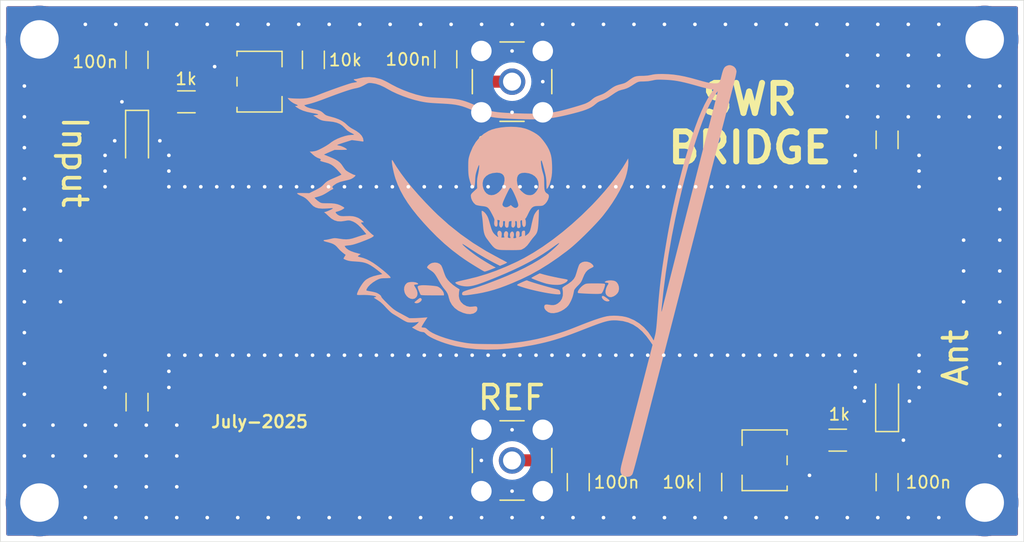
<source format=kicad_pcb>
(kicad_pcb (version 20240108) (generator "pcbnew") (generator_version "8.0")
  (layers (0 "F.Cu" signal) (31 "B.Cu" signal) (34 "B.Paste" user) (35 "F.Paste" user) (36 "B.SilkS" user "B.Silkscreen") (37 "F.SilkS" user "F.Silkscreen") (38 "B.Mask" user) (39 "F.Mask" user) (44 "Edge.Cuts" user))
  (net 0 "")
  (net 1 "Net-(D1-A)")
  (net 2 "Net-(D1-K)")
  (net 3 "GND")
  (net 4 "Net-(FWD1-Pin_1)")
  (net 5 "Net-(D2-K)")
  (net 6 "Net-(R4-Pad2)")
  (net 7 "Net-(D2-A)")
  (net 8 "Net-(R6-Pad2)")
  (net 9 "Net-(REF1-Pin_1)")
  (footprint "Resistor_SMD:R_1206_3216Metric_Pad1.30x1.75mm_HandSolder" (layer "F.Cu") (at 166.5 117.55 90)
    (property "Reference" "R5" (hide yes))
    (property "Value" "10k" (hide yes))
    (pad "1" smd roundrect (at -1.55 0 90) (size 1.3 1.75) (layers "F.Cu" "F.Paste" "F.Mask") (roundrect_rratio 0.192308) (net 3 "GND"))
    (pad "2" smd roundrect (at 1.55 0 90) (size 1.3 1.75) (layers "F.Cu" "F.Paste" "F.Mask") (roundrect_rratio 0.192308) (net 9 "Net-(REF1-Pin_1)"))
  )
  (footprint "Resistor_SMD:R_1206_3216Metric_Pad1.30x1.75mm_HandSolder" (layer "F.Cu") (at 181.145 89.1 90)
    (property "Reference" "R1" (hide yes))
    (property "Value" "50" (hide yes))
    (pad "1" smd roundrect (at -1.55 0 90) (size 1.3 1.75) (layers "F.Cu" "F.Paste" "F.Mask") (roundrect_rratio 0.192308) (net 1 "Net-(D1-A)"))
    (pad "2" smd roundrect (at 1.55 0 90) (size 1.3 1.75) (layers "F.Cu" "F.Paste" "F.Mask") (roundrect_rratio 0.192308) (net 3 "GND"))
  )
  (footprint "MountingHole:MountingHole_3.2mm_M3_DIN965_Pad" (layer "F.Cu") (at 189.25 80.75)
    (property "Reference" "H2" (hide yes))
    (property "Value" "MountingHole_Pad" (hide yes))
    (pad "1" thru_hole circle (at 0 0) (size 5.6 5.6) (drill 3.2) (layers "*.Cu" "*.Mask") (net 3 "GND"))
  )
  (footprint "MountingHole:MountingHole_3.2mm_M3_DIN965_Pad" (layer "F.Cu") (at 110.75 119.25)
    (property "Reference" "H3" (hide yes))
    (property "Value" "MountingHole_Pad" (hide yes))
    (pad "1" thru_hole circle (at 0 0) (size 5.6 5.6) (drill 3.2) (layers "*.Cu" "*.Mask") (net 3 "GND"))
  )
  (footprint "Footprints:SMA_Conn" (layer "F.Cu") (at 150 115.75 -90)
    (property "Reference" "REF1" (hide yes))
    (property "Value" "Conn_01x02_Socket" (hide yes))
    (pad "1" thru_hole circle (at 0 0 270) (size 2.2 2.2) (drill 1.5) (layers "*.Cu" "*.Mask") (net 9 "Net-(REF1-Pin_1)"))
    (pad "2" thru_hole circle (at -2.55 -2.55 270) (size 2.3 2.3) (drill 1.7) (layers "*.Cu" "*.Mask") (net 3 "GND"))
    (pad "2" thru_hole circle (at -2.55 2.55 270) (size 2.3 2.3) (drill 1.7) (layers "*.Cu" "*.Mask") (net 3 "GND"))
    (pad "2" thru_hole circle (at 2.55 -2.55 270) (size 2.3 2.3) (drill 1.7) (layers "*.Cu" "*.Mask") (net 3 "GND"))
    (pad "2" thru_hole circle (at 2.55 2.55 270) (size 2.3 2.3) (drill 1.7) (layers "*.Cu" "*.Mask") (net 3 "GND"))
  )
  (footprint "Footprints:Nexperia_CFP3_SOD-123W_EXPANDED" (layer "F.Cu") (at 181.145 110.799 90)
    (property "Reference" "D2" (hide yes))
    (property "Value" "1N5711W-7-F" (hide yes))
    (pad "1" smd rect (at -1.6 0 90) (size 1.6 1.6) (layers "F.Cu" "F.Paste" "F.Mask") (net 5 "Net-(D2-K)"))
    (pad "2" smd rect (at 1.4 0 90) (size 1.2 1.2) (layers "F.Cu" "F.Paste" "F.Mask") (net 7 "Net-(D2-A)"))
  )
  (footprint "Resistor_SMD:R_1206_3216Metric_Pad1.30x1.75mm_HandSolder" (layer "F.Cu") (at 122.955 85.938)
    (property "Reference" "R4" (hide yes))
    (property "Value" "1k" (hide yes))
    (pad "1" smd roundrect (at -1.554 0) (size 1.3 1.75) (layers "F.Cu" "F.Paste" "F.Mask") (roundrect_rratio 0.192308) (net 2 "Net-(D1-K)"))
    (pad "2" smd roundrect (at 1.55 0) (size 1.3 1.75) (layers "F.Cu" "F.Paste" "F.Mask") (roundrect_rratio 0.192308) (net 6 "Net-(R4-Pad2)"))
  )
  (footprint "Capacitor_SMD:C_1206_3216Metric_Pad1.33x1.80mm_HandSolder" (layer "F.Cu") (at 181.145 117.55 90)
    (property "Reference" "C3" (hide yes))
    (property "Value" "100n" (hide yes))
    (pad "1" smd roundrect (at -1.5625 0 90) (size 1.325 1.8) (layers "F.Cu" "F.Paste" "F.Mask") (roundrect_rratio 0.188679) (net 3 "GND"))
    (pad "2" smd roundrect (at 1.5625 0 90) (size 1.325 1.8) (layers "F.Cu" "F.Paste" "F.Mask") (roundrect_rratio 0.188679) (net 5 "Net-(D2-K)"))
  )
  (footprint "Resistor_SMD:R_1206_3216Metric_Pad1.30x1.75mm_HandSolder" (layer "F.Cu") (at 177.045 114.062 180)
    (property "Reference" "R6" (hide yes))
    (property "Value" "1k" (hide yes))
    (pad "1" smd roundrect (at -1.55 0 180) (size 1.3 1.75) (layers "F.Cu" "F.Paste" "F.Mask") (roundrect_rratio 0.192308) (net 5 "Net-(D2-K)"))
    (pad "2" smd roundrect (at 1.55 0 180) (size 1.3 1.75) (layers "F.Cu" "F.Paste" "F.Mask") (roundrect_rratio 0.192308) (net 8 "Net-(R6-Pad2)"))
  )
  (footprint "Footprints:Nexperia_CFP3_SOD-123W_EXPANDED" (layer "F.Cu") (at 118.855 89.2 -90)
    (property "Reference" "D1" (hide yes))
    (property "Value" "1N5711W-7-F" (hide yes))
    (pad "1" smd rect (at -1.6 0 270) (size 1.6 1.6) (layers "F.Cu" "F.Paste" "F.Mask") (net 2 "Net-(D1-K)"))
    (pad "2" smd rect (at 1.4 0 270) (size 1.2 1.2) (layers "F.Cu" "F.Paste" "F.Mask") (net 1 "Net-(D1-A)"))
  )
  (footprint "Capacitor_SMD:C_1206_3216Metric_Pad1.33x1.80mm_HandSolder" (layer "F.Cu") (at 118.855 82.45 -90)
    (property "Reference" "C1" (hide yes))
    (property "Value" "100n" (hide yes))
    (pad "1" smd roundrect (at -1.5625 0 270) (size 1.325 1.8) (layers "F.Cu" "F.Paste" "F.Mask") (roundrect_rratio 0.188679) (net 3 "GND"))
    (pad "2" smd roundrect (at 1.5625 0 270) (size 1.325 1.8) (layers "F.Cu" "F.Paste" "F.Mask") (roundrect_rratio 0.188679) (net 2 "Net-(D1-K)"))
  )
  (footprint "Capacitor_SMD:C_1206_3216Metric_Pad1.33x1.80mm_HandSolder" (layer "F.Cu") (at 155.5 117.55 90)
    (property "Reference" "C4" (hide yes))
    (property "Value" "100n" (hide yes))
    (pad "1" smd roundrect (at -1.5625 0 90) (size 1.325 1.8) (layers "F.Cu" "F.Paste" "F.Mask") (roundrect_rratio 0.188679) (net 3 "GND"))
    (pad "2" smd roundrect (at 1.5625 0 90) (size 1.325 1.8) (layers "F.Cu" "F.Paste" "F.Mask") (roundrect_rratio 0.188679) (net 9 "Net-(REF1-Pin_1)"))
  )
  (footprint "Resistor_SMD:R_1206_3216Metric_Pad1.30x1.75mm_HandSolder" (layer "F.Cu") (at 133.5 82.45 -90)
    (property "Reference" "R3" (hide yes))
    (property "Value" "10k" (hide yes))
    (pad "1" smd roundrect (at -1.55 0 270) (size 1.3 1.75) (layers "F.Cu" "F.Paste" "F.Mask") (roundrect_rratio 0.192308) (net 3 "GND"))
    (pad "2" smd roundrect (at 1.55 0 270) (size 1.3 1.75) (layers "F.Cu" "F.Paste" "F.Mask") (roundrect_rratio 0.192308) (net 4 "Net-(FWD1-Pin_1)"))
  )
  (footprint "Footprints:Potentiometer_Bourns_3224W_Vertical_EXPANDED" (layer "F.Cu") (at 170.9725 115.7375 -90)
    (property "Reference" "RV2" (hide yes))
    (property "Value" "10k" (hide yes))
    (pad "1" smd rect (at 1.25 -1.7 270) (size 1.3 2.1) (layers "F.Cu" "F.Paste" "F.Mask") (net 3 "GND"))
    (pad "2" smd rect (at 0 1.7 270) (size 2 2.1) (layers "F.Cu" "F.Paste" "F.Mask") (net 9 "Net-(REF1-Pin_1)"))
    (pad "3" smd rect (at -1.25 -1.7 270) (size 1.3 2.1) (layers "F.Cu" "F.Paste" "F.Mask") (net 8 "Net-(R6-Pad2)"))
  )
  (footprint "MountingHole:MountingHole_3.2mm_M3_DIN965_Pad" (layer "F.Cu") (at 110.75 80.75)
    (property "Reference" "H1" (hide yes))
    (property "Value" "MountingHole_Pad" (hide yes))
    (pad "1" thru_hole circle (at 0 0) (size 5.6 5.6) (drill 3.2) (layers "*.Cu" "*.Mask") (net 3 "GND"))
  )
  (footprint "Footprints:SMA_Conn" (layer "F.Cu") (at 150 84.2625 90)
    (property "Reference" "FWD1" (hide yes))
    (property "Value" "Conn_01x02_Socket" (hide yes))
    (pad "1" thru_hole circle (at 0 0 90) (size 2.2 2.2) (drill 1.5) (layers "*.Cu" "*.Mask") (net 4 "Net-(FWD1-Pin_1)"))
    (pad "2" thru_hole circle (at -2.55 -2.55 90) (size 2.3 2.3) (drill 1.7) (layers "*.Cu" "*.Mask") (net 3 "GND"))
    (pad "2" thru_hole circle (at -2.55 2.55 90) (size 2.3 2.3) (drill 1.7) (layers "*.Cu" "*.Mask") (net 3 "GND"))
    (pad "2" thru_hole circle (at 2.55 -2.55 90) (size 2.3 2.3) (drill 1.7) (layers "*.Cu" "*.Mask") (net 3 "GND"))
    (pad "2" thru_hole circle (at 2.55 2.55 90) (size 2.3 2.3) (drill 1.7) (layers "*.Cu" "*.Mask") (net 3 "GND"))
  )
  (footprint "Capacitor_SMD:C_1206_3216Metric_Pad1.33x1.80mm_HandSolder" (layer "F.Cu") (at 144.5 82.4 -90)
    (property "Reference" "C2" (hide yes))
    (property "Value" "100n" (hide yes))
    (pad "1" smd roundrect (at -1.5625 0 270) (size 1.325 1.8) (layers "F.Cu" "F.Paste" "F.Mask") (roundrect_rratio 0.188679) (net 3 "GND"))
    (pad "2" smd roundrect (at 1.5625 0 270) (size 1.325 1.8) (layers "F.Cu" "F.Paste" "F.Mask") (roundrect_rratio 0.188679) (net 4 "Net-(FWD1-Pin_1)"))
  )
  (footprint "MountingHole:MountingHole_3.2mm_M3_DIN965_Pad" (layer "F.Cu") (at 189.25 119.25)
    (property "Reference" "H4" (hide yes))
    (property "Value" "MountingHole_Pad" (hide yes))
    (pad "1" thru_hole circle (at 0 0) (size 5.6 5.6) (drill 3.2) (layers "*.Cu" "*.Mask") (net 3 "GND"))
  )
  (footprint "Footprints:Potentiometer_Bourns_3224W_Vertical_EXPANDED" (layer "F.Cu") (at 129.0275 84.2625 90)
    (property "Reference" "RV1" (hide yes))
    (property "Value" "10k" (hide yes))
    (pad "1" smd rect (at 1.25 -1.7 90) (size 1.3 2.1) (layers "F.Cu" "F.Paste" "F.Mask") (net 3 "GND"))
    (pad "2" smd rect (at 0 1.7 90) (size 2 2.1) (layers "F.Cu" "F.Paste" "F.Mask") (net 4 "Net-(FWD1-Pin_1)"))
    (pad "3" smd rect (at -1.25 -1.7 90) (size 1.3 2.1) (layers "F.Cu" "F.Paste" "F.Mask") (net 6 "Net-(R4-Pad2)"))
  )
  (footprint "Resistor_SMD:R_1206_3216Metric_Pad1.30x1.75mm_HandSolder" (layer "F.Cu") (at 118.855 110.9 -90)
    (property "Reference" "R2" (hide yes))
    (property "Value" "50" (hide yes))
    (pad "1" smd roundrect (at -1.55 0 270) (size 1.3 1.75) (layers "F.Cu" "F.Paste" "F.Mask") (roundrect_rratio 0.192308) (net 7 "Net-(D2-A)"))
    (pad "2" smd roundrect (at 1.55 0 270) (size 1.3 1.75) (layers "F.Cu" "F.Paste" "F.Mask") (roundrect_rratio 0.192308) (net 3 "GND"))
  )
  (footprint "LOGO" (layer "B.Cu") (at 149.543343 99.839576 180)
    (property "Reference" "G***" (hide yes))
    (property "Value" "LOGO" (hide yes))
  )
  (gr_poly (pts (xy 179.79 86.6365) (xy 182.5 86.6365) (xy 182.5 88.4635) (xy 179.79 88.4635)) (fill solid) (layer "F.Cu") (net 3))
  (gr_poly (pts (xy 117.528 111.5365) (xy 120.238 111.5365) (xy 120.238 113.3635) (xy 117.528 113.3635)) (fill solid) (layer "F.Cu") (net 3))
  (gr_rect (start 107.5 77.5) (end 192.5 122.5) (stroke (width 0.05)) (fill none) (layer "Edge.Cuts"))
  (gr_text "1k" (at 176.2 112.5 0) (layer "F.SilkS") (effects (font (size 1 1)) (justify left bottom)))
  (gr_text "100n" (at 156.7 118.15175 0) (layer "F.SilkS") (effects (font (size 1 1)) (justify left bottom)))
  (gr_text "1k" (at 121.949048 84.61425 0) (layer "F.SilkS") (effects (font (size 1 1)) (justify left bottom)))
  (gr_text "100n" (at 182.6 118.151749 0) (layer "F.SilkS") (effects (font (size 1 1)) (justify left bottom)))
  (gr_text "SWR\nBRIDGE" (at 169.75 91.22243 0) (layer "F.SilkS") (effects (font (size 2.5 2.5) (thickness 0.5) (bold yes)) (justify bottom)))
  (gr_text "10k" (at 162.4 118.15175 0) (layer "F.SilkS") (effects (font (size 1 1)) (justify left bottom)))
  (gr_text "Ant" (at 188 109.75 90) (layer "F.SilkS") (effects (font (size 2 2) (thickness 0.3)) (justify left bottom)))
  (gr_text "July-2025" (at 129.0275 113.114 0) (layer "F.SilkS") (effects (font (size 1 1) (thickness 0.2) (bold yes)) (justify bottom)))
  (gr_text "FWD" (at 146.75 91.2 0) (layer "F.SilkS") (effects (font (size 2 2) (thickness 0.3)) (justify left bottom)))
  (gr_text "100n" (at 113.4 83.2 0) (layer "F.SilkS") (effects (font (size 1 1)) (justify left bottom)))
  (gr_text "10k" (at 134.7 83.05175 0) (layer "F.SilkS") (effects (font (size 1 1)) (justify left bottom)))
  (gr_text "Input" (at 112.5 87 270) (layer "F.SilkS") (effects (font (size 2 2) (thickness 0.3)) (justify left bottom)))
  (gr_text "100n" (at 139.4 83 0) (layer "F.SilkS") (effects (font (size 1 1)) (justify left bottom)))
  (gr_text "REF" (at 146.988095 111.7 0) (layer "F.SilkS") (effects (font (size 2 2) (thickness 0.3)) (justify left bottom)))
  (segment (start 121.401 85.9375) (end 118.8575 85.9375) (width 1) (layer "F.Cu") (net 2))
  (segment (start 118.855 84.0125) (end 118.855 85.94) (width 1) (layer "F.Cu") (net 2))
  (segment (start 118.855 85.94) (end 118.855 87.8) (width 1) (layer "F.Cu") (net 2))
  (segment (start 118.8575 85.9375) (end 118.855 85.94) (width 1) (layer "F.Cu") (net 2))
  (segment (start 125.3 83.0125) (end 127.3275 83.0125) (width 1) (layer "F.Cu") (net 3))
  (segment (start 172.6725 116.9875) (end 174.7 116.9875) (width 1) (layer "F.Cu") (net 3))
  (via (at 190.5 87.1875) (size 0.6) (drill 0.3) (layers "F.Cu" "B.Cu") (net 3))
  (via (at 175.848821 107) (size 0.6) (drill 0.3) (layers "F.Cu" "B.Cu") (net 3))
  (via (at 178.5 109.681) (size 0.6) (drill 0.3) (layers "F.Cu" "B.Cu") (net 3))
  (via (at 149.999999 86.8125) (size 0.6) (drill 0.3) (layers "F.Cu" "B.Cu") (net 3))
  (via (at 162.65625 79.5) (size 0.6) (drill 0.3) (layers "F.Cu" "B.Cu") (net 3))
  (via (at 190.5 89.75) (size 0.6) (drill 0.3) (layers "F.Cu" "B.Cu") (net 3))
  (via (at 190.5 102.5625) (size 0.6) (drill 0.3) (layers "F.Cu" "B.Cu") (net 3))
  (via (at 149.999999 81.7125) (size 0.6) (drill 0.3) (layers "F.Cu" "B.Cu") (net 3))
  (via (at 116.2 108.3405) (size 0.6) (drill 0.3) (layers "F.Cu" "B.Cu") (net 3))
  (via (at 169.220916 93) (size 0.6) (drill 0.3) (layers "F.Cu" "B.Cu") (net 3))
  (via (at 128.127905 107) (size 0.6) (drill 0.3) (layers "F.Cu" "B.Cu") (net 3))
  (via (at 185.4375 84.625) (size 0.6) (drill 0.3) (layers "F.Cu" "B.Cu") (net 3))
  (via (at 170.546497 107) (size 0.6) (drill 0.3) (layers "F.Cu" "B.Cu") (net 3))
  (via (at 183.8 91.6945) (size 0.6) (drill 0.3) (layers "F.Cu" "B.Cu") (net 3))
  (via (at 147.46875 79.5) (size 0.6) (drill 0.3) (layers "F.Cu" "B.Cu") (net 3))
  (via (at 183.8 107) (size 0.6) (drill 0.3) (layers "F.Cu" "B.Cu") (net 3))
  (via (at 109.5 94.875) (size 0.6) (drill 0.3) (layers "F.Cu" "B.Cu") (net 3))
  (via (at 119.625 120.5) (size 0.6) (drill 0.3) (layers "F.Cu" "B.Cu") (net 3))
  (via (at 120.75 89.1775) (size 0.6) (drill 0.3) (layers "F.Cu" "B.Cu") (net 3))
  (via (at 172.78125 79.5) (size 0.6) (drill 0.3) (layers "F.Cu" "B.Cu") (net 3))
  (via (at 133.430229 107) (size 0.6) (drill 0.3) (layers "F.Cu" "B.Cu") (net 3))
  (via (at 190.5 107.6875) (size 0.6) (drill 0.3) (layers "F.Cu" "B.Cu") (net 3))
  (via (at 182.5 114.062) (size 0.6) (drill 0.3) (layers "F.Cu" "B.Cu") (net 3))
  (via (at 132.28125 79.5) (size 0.6) (drill 0.3) (layers "F.Cu" "B.Cu") (net 3))
  (via (at 122.15625 79.5) (size 0.6) (drill 0.3) (layers "F.Cu" "B.Cu") (net 3))
  (via (at 114.5625 79.5) (size 0.6) (drill 0.3) (layers "F.Cu" "B.Cu") (net 3))
  (via (at 129.453486 93) (size 0.6) (drill 0.3) (layers "F.Cu" "B.Cu") (net 3))
  (via (at 141.383715 93) (size 0.6) (drill 0.3) (layers "F.Cu" "B.Cu") (net 3))
  (via (at 109.5 89.75) (size 0.6) (drill 0.3) (layers "F.Cu" "B.Cu") (net 3))
  (via (at 162.593011 93) (size 0.6) (drill 0.3) (layers "F.Cu" "B.Cu") (net 3))
  (via (at 157.290687 93) (size 0.6) (drill 0.3) (layers "F.Cu" "B.Cu") (net 3))
  (via (at 190.5 92.3125) (size 0.6) (drill 0.3) (layers "F.Cu" "B.Cu") (net 3))
  (via (at 150 120.5) (size 0.6) (drill 0.3) (layers "F.Cu" "B.Cu") (net 3))
  (via (at 112.5 97.4375) (size 0.6) (drill 0.3) (layers "F.Cu" "B.Cu") (net 3))
  (via (at 109.5 100) (size 0.6) (drill 0.3) (layers "F.Cu" "B.Cu") (net 3))
  (via (at 150.662782 107) (size 0.6) (drill 0.3) (layers "F.Cu" "B.Cu") (net 3))
  (via (at 121.5 107) (size 0.6) (drill 0.3) (layers "F.Cu" "B.Cu") (net 3))
  (via (at 180.375 82.0625) (size 0.6) (drill 0.3) (layers "F.Cu" "B.Cu") (net 3))
  (via (at 139.875 120.5) (size 0.6) (drill 0.3) (layers "F.Cu" "B.Cu") (net 3))
  (via (at 180.375 84.625) (size 0.6) (drill 0.3) (layers "F.Cu" "B.Cu") (net 3))
  (via (at 137.34375 79.5) (size 0.6) (drill 0.3) (layers "F.Cu" "B.Cu") (net 3))
  (via (at 166.569754 93) (size 0.6) (drill 0.3) (layers "F.Cu" "B.Cu") (net 3))
  (via (at 190.5 105.125) (size 0.6) (drill 0.3) (layers "F.Cu" "B.Cu") (net 3))
  (via (at 187.5 97.4375) (size 0.6) (drill 0.3) (layers "F.Cu" "B.Cu") (net 3))
  (via (at 170.25 79.5) (size 0.6) (drill 0.3) (layers "F.Cu" "B.Cu") (net 3))
  (via (at 157.59375 120.5) (size 0.6) (drill 0.3) (layers "F.Cu" "B.Cu") (net 3))
  (via (at 155.0625 79.5) (size 0.6) (drill 0.3) (layers "F.Cu" "B.Cu") (net 3))
  (via (at 147.46875 120.5) (size 0.6) (drill 0.3) (layers "F.Cu" "B.Cu") (net 3))
  (via (at 125.476743 93) (size 0.6) (drill 0.3) (layers "F.Cu" "B.Cu") (net 3))
  (via (at 175.3125 79.5) (size 0.6) (drill 0.3) (layers "F.Cu" "B.Cu") (net 3))
  (via (at 171.872078 107) (size 0.6) (drill 0.3) (layers "F.Cu" "B.Cu") (net 3))
  (via (at 167.71875 79.5) (size 0.6) (drill 0.3) (layers "F.Cu" "B.Cu") (net 3))
  (via (at 122.825581 93) (size 0.6) (drill 0.3) (layers "F.Cu" "B.Cu") (net 3))
  (via (at 122.15625 115.375) (size 0.6) (drill 0.3) (layers "F.Cu" "B.Cu") (net 3))
  (via (at 137.406972 107) (size 0.6) (drill 0.3) (layers "F.Cu" "B.Cu") (net 3))
  (via (at 153.313944 93) (size 0.6) (drill 0.3) (layers "F.Cu" "B.Cu") (net 3))
  (via (at 187.96875 87.1875) (size 0.6) (drill 0.3) (layers "F.Cu" "B.Cu") (net 3))
  (via (at 144.034877 93) (size 0.6) (drill 0.3) (layers "F.Cu" "B.Cu") (net 3))
  (via (at 160.125 120.5) (size 0.6) (drill 0.3) (layers "F.Cu" "B.Cu") (net 3))
  (via (at 165.1875 79.5) (size 0.6) (drill 0.3) (layers "F.Cu" "B.Cu") (net 3))
  (via (at 177.84375 87.1875) (size 0.6) (drill 0.3) (layers "F.Cu" "B.Cu") (net 3))
  (via (at 180.375 79.5) (size 0.6) (drill 0.3) (layers "F.Cu" "B.Cu") (net 3))
  (via (at 172.78125 120.5) (size 0.6) (drill 0.3) (layers "F.Cu" "B.Cu") (net 3))
  (via (at 147.45 115.749999) (size 0.6) (drill 0.3) (layers "F.Cu" "B.Cu") (net 3))
  (via (at 138.732553 107) (size 0.6) (drill 0.3) (layers "F.Cu" "B.Cu") (net 3))
  (via (at 119.625 79.5) (size 0.6) (drill 0.3) (layers "F.Cu" "B.Cu") (net 3))
  (via (at 173.197659 93) (size 0.6) (drill 0.3) (layers "F.Cu" "B.Cu") (net 3))
  (via (at 134.8125 120.5) (size 0.6) (drill 0.3) (layers "F.Cu" "B.Cu") (net 3))
  (via (at 185.4375 87.1875) (size 0.6) (drill 0.3) (layers "F.Cu" "B.Cu") (net 3))
  (via (at 109.5 92.3125) (size 0.6) (drill 0.3) (layers "F.Cu" "B.Cu") (net 3))
  (via (at 121.5 93) (size 0.6) (drill 0.3) (layers "F.Cu" "B.Cu") (net 3))
  (via (at 177.84375 120.5) (size 0.6) (drill 0.3) (layers "F.Cu" "B.Cu") (net 3))
  (via (at 127.21875 120.5) (size 0.6) (drill 0.3) (layers "F.Cu" "B.Cu") (net 3))
  (via (at 177.84375 84.625) (size 0.6) (drill 0.3) (layers "F.Cu" "B.Cu") (net 3))
  (via (at 148.01162 107) (size 0.6) (drill 0.3) (layers "F.Cu" "B.Cu") (net 3))
  (via (at 134.75581 107) (size 0.6) (drill 0.3) (layers "F.Cu" "B.Cu") (net 3))
  (via (at 187.5 100) (size 0.6) (drill 0.3) (layers "F.Cu" "B.Cu") (net 3))
  (via (at 174.52324 93) (size 0.6) (drill 0.3) (layers "F.Cu" "B.Cu") (net 3))
  (via (at 149.999999 118.3) (size 0.6) (drill 0.3) (layers "F.Cu" "B.Cu") (net 3))
  (via (at 141.383715 107) (size 0.6) (drill 0.3) (layers "F.Cu" "B.Cu") (net 3))
  (via (at 109.5 97.4375) (size 0.6) (drill 0.3) (layers "F.Cu" "B.Cu") (net 3))
  (via (at 130.779067 107) (size 0.6) (drill 0.3) (layers "F.Cu" "B.Cu") (net 3))
  (via (at 173.197659 107) (size 0.6) (drill 0.3) (layers "F.Cu" "B.Cu") (net 3))
  (via (at 185.4375 79.5) (size 0.6) (drill 0.3) (layers "F.Cu" "B.Cu") (net 3))
  (via (at 116.2 93) (size 0.6) (drill 0.3) (layers "F.Cu" "B.Cu") (net 3))
  (via (at 129.75 120.5) (size 0.6) (drill 0.3) (layers "F.Cu" "B.Cu") (net 3))
  (via (at 144.9375 79.5) (size 0.6) (drill 0.3) (layers "F.Cu" "B.Cu") (net 3))
  (via (at 152.55 84.262499) (size 0.6) (drill 0.3) (layers "F.Cu" "B.Cu") (net 3))
  (via (at 190.5 100) (size 0.6) (drill 0.3) (layers "F.Cu" "B.Cu") (net 3))
  (via (at 152.53125 120.5) (size 0.6) (drill 0.3) (layers "F.Cu" "B.Cu") (net 3))
  (via (at 183 110.8215) (size 0.6) (drill 0.3) (layers "F.Cu" "B.Cu") (net 3))
  (via (at 109.5 102.5625) (size 0.6) (drill 0.3) (layers "F.Cu" "B.Cu") (net 3))
  (via (at 155.0625 120.5) (size 0.6) (drill 0.3) (layers "F.Cu" "B.Cu") (net 3))
  (via (at 165.244173 107) (size 0.6) (drill 0.3) (layers "F.Cu" "B.Cu") (net 3))
  (via (at 190.5 97.4375) (size 0.6) (drill 0.3) (layers "F.Cu" "B.Cu") (net 3))
  (via (at 178.5 90.389) (size 0.6) (drill 0.3) (layers "F.Cu" "B.Cu") (net 3))
  (via (at 109.5 110.25) (size 0.6) (drill 0.3) (layers "F.Cu" "B.Cu") (net 3))
  (via (at 167.71875 120.5) (size 0.6) (drill 0.3) (layers "F.Cu" "B.Cu") (net 3))
  (via (at 157.290687 107) (size 0.6) (drill 0.3) (layers "F.Cu" "B.Cu") (net 3))
  (via (at 109.5 107.6875) (size 0.6) (drill 0.3) (layers "F.Cu" "B.Cu") (net 3))
  (via (at 146.686039 107) (size 0.6) (drill 0.3) (layers "F.Cu" "B.Cu") (net 3))
  (via (at 165.244173 93) (size 0.6) (drill 0.3) (layers "F.Cu" "B.Cu") (net 3))
  (via (at 183.8 109.681) (size 0.6) (drill 0.3) (layers "F.Cu" "B.Cu") (net 3))
  (via (at 138.732553 93) (size 0.6) (drill 0.3) (layers "F.Cu" "B.Cu") (net 3))
  (via (at 117.09375 79.5) (size 0.6) (drill 0.3) (layers "F.Cu" "B.Cu") (net 3))
  (via (at 145.360458 107) (size 0.6) (drill 0.3) (layers "F.Cu" "B.Cu") (net 3))
  (via (at 154.639525 93) (size 0.6) (drill 0.3) (layers "F.Cu" "B.Cu") (net 3))
  (via (at 126.802324 93) (size 0.6) (drill 0.3) (layers "F.Cu" "B.Cu") (net 3))
  (via (at 119.625 117.9375) (size 0.6) (drill 0.3) (layers "F.Cu" "B.Cu") (net 3))
  (via (at 190.5 94.875) (size 0.6) (drill 0.3) (layers "F.Cu" "B.Cu") (net 3))
  (via (at 178.5 107) (size 0.6) (drill 0.3) (layers "F.Cu" "B.Cu") (net 3))
  (via (at 134.8125 79.5) (size 0.6) (drill 0.3) (layers "F.Cu" "B.Cu") (net 3))
  (via (at 183.8 90.389) (size 0.6) (drill 0.3) (layers "F.Cu" "B.Cu") (net 3))
  (via (at 182.90625 84.625) (size 0.6) (drill 0.3) (layers "F.Cu" "B.Cu") (net 3))
  (via (at 130.779067 93) (size 0.6) (drill 0.3) (layers "F.Cu" "B.Cu") (net 3))
  (via (at 124.151162 107) (size 0.6) (drill 0.3) (layers "F.Cu" "B.Cu") (net 3))
  (via (at 117 89.1775) (size 0.6) (drill 0.3) (layers "F.Cu" "B.Cu") (net 3))
  (via (at 190.5 110.25) (size 0.6) (drill 0.3) (layers "F.Cu" "B.Cu") (net 3))
  (via (at 160.125 79.5) (size 0.6) (drill 0.3) (layers "F.Cu" "B.Cu") (net 3))
  (via (at 185.4375 82.0625) (size 0.6) (drill 0.3) (layers "F.Cu" "B.Cu") (net 3))
  (via (at 122.15625 117.9375) (size 0.6) (drill 0.3) (layers "F.Cu" "B.Cu") (net 3))
  (via (at 129.453486 107) (size 0.6) (drill 0.3) (layers "F.Cu" "B.Cu") (net 3))
  (via (at 151.988363 93) (size 0.6) (drill 0.3) (layers "F.Cu" "B.Cu") (net 3))
  (via (at 142.709296 107) (size 0.6) (drill 0.3) (layers "F.Cu" "B.Cu") (net 3))
  (via (at 157.59375 79.5) (size 0.6) (drill 0.3) (layers "F.Cu" "B.Cu") (net 3))
  (via (at 180.375 87.1875) (size 0.6) (drill 0.3) (layers "F.Cu" "B.Cu") (net 3))
  (via (at 114.5625 115.375) (size 0.6) (drill 0.3) (layers "F.Cu" "B.Cu") (net 3))
  (via (at 117.09375 115.375) (size 0.6) (drill 0.3) (layers "F.Cu" "B.Cu") (net 3))
  (via (at 149.999999 113.2) (size 0.6) (drill 0.3) (layers "F.Cu" "B.Cu") (net 3))
  (via (at 125.3 83.0125) (size 0.6) (drill 0.3) (layers "F.Cu" "B.Cu") (net 3))
  (via (at 150 79.5) (size 0.6) (drill 0.3) (layers "F.Cu" "B.Cu") (net 3))
  (via (at 112.5 100) (size 0.6) (drill 0.3) (layers "F.Cu" "B.Cu") (net 3))
  (via (at 159.941849 107) (size 0.6) (drill 0.3) (layers "F.Cu" "B.Cu") (net 3))
  (via (at 122.825581 107) (size 0.6) (drill 0.3) (layers "F.Cu" "B.Cu") (net 3))
  (via (at 142.709296 93) (size 0.6) (drill 0.3) (layers "F.Cu" "B.Cu") (net 3))
  (via (at 132.28125 120.5) (size 0.6) (drill 0.3) (layers "F.Cu" "B.Cu") (net 3))
  (via (at 121.5 91.6945) (size 0.6) (drill 0.3) (layers "F.Cu" "B.Cu") (net 3))
  (via (at 145.360458 93) (size 0.6) (drill 0.3) (layers "F.Cu" "B.Cu") (net 3))
  (via (at 132.104648 107) (size 0.6) (drill 0.3) (layers "F.Cu" "B.Cu") (net 3))
  (via (at 185.4375 120.5) (size 0.6) (drill 0.3) (layers "F.Cu" "B.Cu") (net 3))
  (via (at 179.25 110.8215) (size 0.6) (drill 0.3) (layers "F.Cu" "B.Cu") (net 3))
  (via (at 190.5 115.375) (size 0.6) (drill 0.3) (layers "F.Cu" "B.Cu") (net 3))
  (via (at 158.616268 93) (size 0.6) (drill 0.3) (layers "F.Cu" "B.Cu") (net 3))
  (via (at 134.75581 93) (size 0.6) (drill 0.3) (layers "F.Cu" "B.Cu") (net 3))
  (via (at 182.90625 82.0625) (size 0.6) (drill 0.3) (layers "F.Cu" "B.Cu") (net 3))
  (via (at 140.058134 107) (size 0.6) (drill 0.3) (layers "F.Cu" "B.Cu") (net 3))
  (via (at 154.639525 107) (size 0.6) (drill 0.3) (layers "F.Cu" "B.Cu") (net 3))
  (via (at 125.476743 107) (size 0.6) (drill 0.3) (layers "F.Cu" "B.Cu") (net 3))
  (via (at 150.662782 93) (size 0.6) (drill 0.3) (layers "F.Cu" "B.Cu") (net 3))
  (via (at 177.174402 93) (size 0.6) (drill 0.3) (layers "F.Cu" "B.Cu") (net 3))
  (via (at 162.593011 107) (size 0.6) (drill 0.3) (layers "F.Cu" "B.Cu") (net 3))
  (via (at 190.5 84.625) (size 0.6) (drill 0.3) (layers "F.Cu" "B.Cu") (net 3))
  (via (at 182.90625 79.5) (size 0.6) (drill 0.3) (layers "F.Cu" "B.Cu") (net 3))
  (via (at 114.5625 112.8125) (size 0.6) (drill 0.3) (layers "F.Cu" "B.Cu") (net 3))
  (via (at 136.081391 107) (size 0.6) (drill 0.3) (layers "F.Cu" "B.Cu") (net 3))
  (via (at 169.220916 107) (size 0.6) (drill 0.3) (layers "F.Cu" "B.Cu") (net 3))
  (via (at 111.875 115.375) (size 0.6) (drill 0.3) (layers "F.Cu" "B.Cu") (net 3))
  (via (at 170.546497 93) (size 0.6) (drill 0.3) (layers "F.Cu" "B.Cu") (net 3))
  (via (at 163.918592 107) (size 0.6) (drill 0.3) (layers "F.Cu" "B.Cu") (net 3))
  (via (at 183.8 108.3405) (size 0.6) (drill 0.3) (layers "F.Cu" "B.Cu") (net 3))
  (via (at 109.5 115.375) (size 0.6) (drill 0.3) (layers "F.Cu" "B.Cu") (net 3))
  (via (at 175.3125 120.5) (size 0.6) (drill 0.3) (layers "F.Cu" "B.Cu") (net 3))
  (via (at 171.872078 93) (size 0.6) (drill 0.3) (layers "F.Cu" "B.Cu") (net 3))
  (via (at 178.5 108.3405) (size 0.6) (drill 0.3) (layers "F.Cu" "B.Cu") (net 3))
  (via (at 182.90625 120.5) (size 0.6) (drill 0.3) (layers "F.Cu" "B.Cu") (net 3))
  (via (at 183.8 93) (size 0.6) (drill 0.3) (layers "F.Cu" "B.Cu") (net 3))
  (via (at 109.5 112.8125) (size 0.6) (drill 0.3) (layers "F.Cu" "B.Cu") (net 3))
  (via (at 137.406972 93) (size 0.6) (drill 0.3) (layers "F.Cu" "B.Cu") (net 3))
  (via (at 177.84375 79.5) (size 0.6) (drill 0.3) (layers "F.Cu" "B.Cu") (net 3))
  (via (at 182.90625 87.1875) (size 0.6) (drill 0.3) (layers "F.Cu" "B.Cu") (net 3))
  (via (at 117.6 85.9375) (size 0.6) (drill 0.3) (layers "F.Cu" "B.Cu") (net 3))
  (via (at 124.151162 93) (size 0.6) (drill 0.3) (layers "F.Cu" "B.Cu") (net 3))
  (via (at 155.965106 93) (size 0.6) (drill 0.3) (layers "F.Cu" "B.Cu") (net 3))
  (via (at 116.2 109.681) (size 0.6) (drill 0.3) (layers "F.Cu" "B.Cu") (net 3))
  (via (at 165.1875 120.5) (size 0.6) (drill 0.3) (layers "F.Cu" "B.Cu") (net 3))
  (via (at 136.081391 93) (size 0.6) (drill 0.3) (layers "F.Cu" "B.Cu") (net 3))
  (via (at 167.895335 93) (size 0.6) (drill 0.3) (layers "F.Cu" "B.Cu") (net 3))
  (via (at 121.5 90.389) (size 0.6) (drill 0.3) (layers "F.Cu" "B.Cu") (net 3))
  (via (at 111.875 112.8125) (size 0.6) (drill 0.3) (layers "F.Cu" "B.Cu") (net 3))
  (via (at 119.625 115.375) (size 0.6) (drill 0.3) (layers "F.Cu" "B.Cu") (net 3))
  (via (at 124.6875 79.5) (size 0.6) (drill 0.3) (layers "F.Cu" "B.Cu") (net 3))
  (via (at 116.2 91.6945) (size 0.6) (drill 0.3) (layers "F.Cu" "B.Cu") (net 3))
  (via (at 119.625 112.8125) (size 0.6) (drill 0.3) (layers "F.Cu" "B.Cu") (net 3))
  (via (at 140.058134 93) (size 0.6) (drill 0.3) (layers "F.Cu" "B.Cu") (net 3))
  (via (at 121.5 109.681) (size 0.6) (drill 0.3) (layers "F.Cu" "B.Cu") (net 3))
  (via (at 139.875 79.5) (size 0.6) (drill 0.3) (layers "F.Cu" "B.Cu") (net 3))
  (via (at 177.174402 107) (size 0.6) (drill 0.3) (layers "F.Cu" "B.Cu") (net 3))
  (via (at 162.65625 120.5) (size 0.6) (drill 0.3) (layers "F.Cu" "B.Cu") (net 3))
  (via (at 177.84375 82.0625) (size 0.6) (drill 0.3) (layers "F.Cu" "B.Cu") (net 3))
  (via (at 133.430229 93) (size 0.6) (drill 0.3) (layers "F.Cu" "B.Cu") (net 3))
  (via (at 126.802324 107) (size 0.6) (drill 0.3) (layers "F.Cu" "B.Cu") (net 3))
  (via (at 146.686039 93) (size 0.6) (drill 0.3) (layers "F.Cu" "B.Cu") (net 3))
  (via (at 109.5 105.125) (size 0.6) (drill 0.3) (layers "F.Cu" "B.Cu") (net 3))
  (via (at 121.5 108.3405) (size 0.6) (drill 0.3) (layers "F.Cu" "B.Cu") (net 3))
  (via (at 166.569754 107) (size 0.6) (drill 0.3) (layers "F.Cu" "B.Cu") (net 3))
  (via (at 114.5625 117.9375) (size 0.6) (drill 0.3) (layers "F.Cu" "B.Cu") (net 3))
  (via (at 117.09375 112.8125) (size 0.6) (drill 0.3) (layers "F.Cu" "B.Cu") (net 3))
  (via (at 124.6875 120.5) (size 0.6) (drill 0.3) (layers "F.Cu" "B.Cu") (net 3))
  (via (at 122.15625 112.8125) (size 0.6) (drill 0.3) (layers "F.Cu" "B.Cu") (net 3))
  (via (at 178.5 93) (size 0.6) (drill 0.3) (layers "F.Cu" "B.Cu") (net 3))
  (via (at 127.21875 79.5) (size 0.6) (drill 0.3) (layers "F.Cu" "B.Cu") (net 3))
  (via (at 142.40625 79.5) (size 0.6) (drill 0.3) (layers "F.Cu" "B.Cu") (net 3))
  (via (at 144.9375 120.5) (size 0.6) (drill 0.3) (layers "F.Cu" "B.Cu") (net 3))
  (via (at 174.52324 107) (size 0.6) (drill 0.3) (layers "F.Cu" "B.Cu") (net 3))
  (via (at 190.5 112.8125) (size 0.6) (drill 0.3) (layers "F.Cu" "B.Cu") (net 3))
  (via (at 149.337201 107) (size 0.6) (drill 0.3) (layers "F.Cu" "B.Cu") (net 3))
  (via (at 109.5 87.1875) (size 0.6) (drill 0.3) (layers "F.Cu" "B.Cu") (net 3))
  (via (at 148.01162 93) (size 0.6) (drill 0.3) (layers "F.Cu" "B.Cu") (net 3))
  (via (at 170.25 120.5) (size 0.6) (drill 0.3) (layers "F.Cu" "B.Cu") (net 3))
  (via (at 153.313944 107) (size 0.6) (drill 0.3) (layers "F.Cu" "B.Cu") (net 3))
  (via (at 129.75 79.5) (size 0.6) (drill 0.3) (layers "F.Cu" "B.Cu") (net 3))
  (via (at 178.5 91.6945) (size 0.6) (drill 0.3) (layers "F.Cu" "B.Cu") (net 3))
  (via (at 117.09375 117.9375) (size 0.6) (drill 0.3) (layers "F.Cu" "B.Cu") (net 3))
  (via (at 161.26743 107) (size 0.6) (drill 0.3) (layers "F.Cu" "B.Cu") (net 3))
  (via (at 137.34375 120.5) (size 0.6) (drill 0.3) (layers "F.Cu" "B.Cu") (net 3))
  (via (at 144.034877 107) (size 0.6) (drill 0.3) (layers "F.Cu" "B.Cu") (net 3))
  (via (at 152.53125 79.5) (size 0.6) (drill 0.3) (layers "F.Cu" "B.Cu") (net 3))
  (via (at 187.5 102.5625) (size 0.6) (drill 0.3) (layers "F.Cu" "B.Cu") (net 3))
  (via (at 167.895335 107) (size 0.6) (drill 0.3) (layers "F.Cu" "B.Cu") (net 3))
  (via (at 128.127905 93) (size 0.6) (drill 0.3) (layers "F.Cu" "B.Cu") (net 3))
  (via (at 163.918592 93) (size 0.6) (drill 0.3) (layers "F.Cu" "B.Cu") (net 3))
  (via (at 112.5 102.5625) (size 0.6) (drill 0.3) (layers "F.Cu" "B.Cu") (net 3))
  (via (at 116.2 90.389) (size 0.6) (drill 0.3) (layers "F.Cu" "B.Cu") (net 3))
  (via (at 155.965106 107) (size 0.6) (drill 0.3) (layers "F.Cu" "B.Cu") (net 3))
  (via (at 132.104648 93) (size 0.6) (drill 0.3) (layers "F.Cu" "B.Cu") (net 3))
  (via (at 187.96875 84.625) (size 0.6) (drill 0.3) (layers "F.Cu" "B.Cu") (net 3))
  (via (at 122.15625 120.5) (size 0.6) (drill 0.3) (layers "F.Cu" "B.Cu") (net 3))
  (via (at 151.988363 107) (size 0.6) (drill 0.3) (layers "F.Cu" "B.Cu") (net 3))
  (via (at 175.848821 93) (size 0.6) (drill 0.3) (layers "F.Cu" "B.Cu") (net 3))
  (via (at 117.09375 120.5) (size 0.6) (drill 0.3) (layers "F.Cu" "B.Cu") (net 3))
  (via (at 174.7 116.9875) (size 0.6) (drill 0.3) (layers "F.Cu" "B.Cu") (net 3))
  (via (at 149.337201 93) (size 0.6) (drill 0.3) (layers "F.Cu" "B.Cu") (net 3))
  (via (at 180.375 120.5) (size 0.6) (drill 0.3) (layers "F.Cu" "B.Cu") (net 3))
  (via (at 158.616268 107) (size 0.6) (drill 0.3) (layers "F.Cu" "B.Cu") (net 3))
  (via (at 116.2 107) (size 0.6) (drill 0.3) (layers "F.Cu" "B.Cu") (net 3))
  (via (at 159.941849 93) (size 0.6) (drill 0.3) (layers "F.Cu" "B.Cu") (net 3))
  (via (at 142.40625 120.5) (size 0.6) (drill 0.3) (layers "F.Cu" "B.Cu") (net 3))
  (via (at 114.5625 120.5) (size 0.6) (drill 0.3) (layers "F.Cu" "B.Cu") (net 3))
  (via (at 109.5 84.625) (size 0.6) (drill 0.3) (layers "F.Cu" "B.Cu") (net 3))
  (via (at 161.26743 93) (size 0.6) (drill 0.3) (layers "F.Cu" "B.Cu") (net 3))
  (segment (start 130.7275 84.2625) (end 150 84.2625) (width 1) (layer "F.Cu") (net 4))
  (segment (start 130.4775 84.2625) (end 130.7275 84.2625) (width 1) (layer "F.Cu") (net 4))
  (segment (start 178.595 114.062) (end 181.143 114.062) (width 1) (layer "F.Cu") (net 5))
  (segment (start 181.143 114.062) (end 181.145 114.06) (width 1) (layer "F.Cu") (net 5))
  (segment (start 181.145 112.199) (end 181.145 114.06) (width 1) (layer "F.Cu") (net 5))
  (segment (start 181.145 114.06) (end 181.145 115.9875) (width 1) (layer "F.Cu") (net 5))
  (segment (start 124.505 85.9375) (end 124.93 85.5125) (width 1) (layer "F.Cu") (net 6))
  (segment (start 124.93 85.5125) (end 127.5775 85.5125) (width 1) (layer "F.Cu") (net 6))
  (segment (start 172.6725 114.4875) (end 175.0695 114.4875) (width 1) (layer "F.Cu") (net 8))
  (segment (start 172.685 114.5) (end 172.6725 114.4875) (width 1) (layer "F.Cu") (net 8))
  (segment (start 175.0695 114.4875) (end 175.495 114.062) (width 1) (layer "F.Cu") (net 8))
  (segment (start 172.6725 114.4875) (end 172.4225 114.4875) (width 1) (layer "F.Cu") (net 8))
  (segment (start 150.0125 115.7375) (end 150 115.75) (width 1) (layer "F.Cu") (net 9))
  (segment (start 169.2725 115.7375) (end 150.0125 115.7375) (width 1) (layer "F.Cu") (net 9))
  (zone (net 3) (net_name "GND") (layer "F.Cu") (connect_pads yes (clearance 0.5)) (min_thickness 0.25) (fill yes (thermal_gap 0.5) (thermal_bridge_width 0.5) (island_removal_mode 1) (island_area_min 10))
    (polygon (pts (xy 107.5 118.5) (xy 192.5 118.5) (xy 192.5 122.5) (xy 107.5 122.5)))
  )
  (zone (net 3) (net_name "GND") (layer "F.Cu") (connect_pads yes (clearance 0.5)) (min_thickness 0.25) (fill yes (thermal_gap 0.5) (thermal_bridge_width 0.5) (island_removal_mode 1) (island_area_min 10))
    (polygon (pts (xy 107.5 77.5) (xy 192.5 77.5) (xy 192.5 81.5) (xy 107.5 81.5)))
  )
  (zone (net 7) (net_name "Net-(D2-A)") (layer "F.Cu") (connect_pads yes (clearance 0.5)) (min_thickness 0.25) (fill yes (thermal_gap 0.5) (thermal_bridge_width 0.5) (island_removal_mode 1) (island_area_min 10))
    (polygon (pts (xy 117.5 105.915) (xy 117.5 110) (xy 120.21 110) (xy 120.21 105.915) (xy 179.79 105.915) (xy 179.79 110) (xy 182.5 110) (xy 182.5 105.915) (xy 179.79 103.205) (xy 120.21 103.205)))
  )
  (zone (net 3) (net_name "GND") (layer "F.Cu") (connect_pads yes (clearance 0.5)) (min_thickness 0.25) (fill yes (thermal_gap 0.5) (thermal_bridge_width 0.5))
    (polygon (pts (xy 177.5 81.5) (xy 188.5 81.5) (xy 188.5 88.5) (xy 177.5 88.5)))
  )
  (zone (net 3) (net_name "GND") (layer "F.Cu") (connect_pads yes (clearance 0.5)) (min_thickness 0.25) (fill yes (thermal_gap 0.5) (thermal_bridge_width 0.5) (island_removal_mode 1) (island_area_min 10))
    (polygon (pts (xy 111.5 96.25) (xy 113.5 96.25) (xy 113.5 103.75) (xy 111.5 103.75)))
  )
  (zone (net 0) (net_name "") (layer "F.Cu") (connect_pads yes (clearance 0.5)) (min_thickness 0.25) (fill yes (thermal_gap 0.5) (thermal_bridge_width 0.5) (island_removal_mode 1) (island_area_min 10))
    (polygon (pts (xy 115 98.64515) (xy 185 98.64515) (xy 185 101.35485) (xy 115 101.35485)))
  )
  (zone (net 3) (net_name "GND") (layer "F.Cu") (connect_pads yes (clearance 0.5)) (min_thickness 0.25) (fill yes (thermal_gap 0.5) (thermal_bridge_width 0.5) (island_removal_mode 1) (island_area_min 10))
    (polygon (pts (xy 107.5 77.5) (xy 111.5 77.5) (xy 111.5 122.5) (xy 107.5 122.5)))
  )
  (zone (net 3) (net_name "GND") (layer "F.Cu") (connect_pads yes (clearance 0.5)) (min_thickness 0.25) (fill yes (thermal_gap 0.5) (thermal_bridge_width 0.5) (island_removal_mode 1) (island_area_min 10))
    (polygon (pts (xy 186.5 96.5) (xy 188.5 96.5) (xy 188.5 104) (xy 186.5 104)))
  )
  (zone (net 3) (net_name "GND") (layer "F.Cu") (connect_pads yes (clearance 0.5)) (min_thickness 0.25) (fill yes (thermal_gap 0.5) (thermal_bridge_width 0.5))
    (polygon (pts (xy 111.5 111.5) (xy 122.5 111.5) (xy 122.5 118.5) (xy 111.5 118.5)))
  )
  (zone (net 3) (net_name "GND") (layer "F.Cu") (connect_pads yes (clearance 0.5)) (min_thickness 0.25) (fill yes (thermal_gap 0.5) (thermal_bridge_width 0.5) (island_removal_mode 1) (island_area_min 10))
    (polygon (pts (xy 188.5 77.5) (xy 192.5 77.5) (xy 192.5 122.5) (xy 188.5 122.5)))
  )
  (zone (net 1) (net_name "Net-(D1-A)") (layer "F.Cu") (connect_pads yes (clearance 0.5)) (min_thickness 0.25) (fill yes (thermal_gap 0.5) (thermal_bridge_width 0.5) (island_removal_mode 1) (island_area_min 10))
    (polygon (pts (xy 117.5 94.08515) (xy 117.5 90.00015) (xy 120.21 90.00015) (xy 120.21 94.08515) (xy 179.79 94.08515) (xy 179.79 90.00015) (xy 182.5 90.00015) (xy 182.5 94.08515) (xy 179.79 96.79515) (xy 120.21 96.79515)))
  )
  (zone (net 3) (net_name "GND") (layer "B.Cu") (priority 2) (connect_pads yes (clearance 0.5)) (min_thickness 0.25) (fill yes (thermal_gap 0.5) (thermal_bridge_width 0.5) (island_removal_mode 1) (island_area_min 10))
    (polygon (pts (xy 107.5 77.5) (xy 192.5 77.5) (xy 192.5 122.5) (xy 107.5 122.5)))
  )
)
</source>
